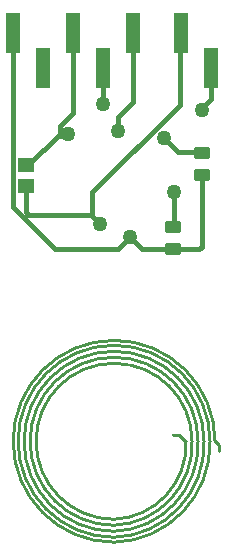
<source format=gbr>
G04*
G04 #@! TF.GenerationSoftware,Altium Limited,Altium Designer,22.4.2 (48)*
G04*
G04 Layer_Physical_Order=1*
G04 Layer_Color=255*
%FSLAX25Y25*%
%MOIN*%
G70*
G04*
G04 #@! TF.SameCoordinates,F9A4DCB5-2B7C-4553-87A1-470B5E90004D*
G04*
G04*
G04 #@! TF.FilePolarity,Positive*
G04*
G01*
G75*
%ADD11C,0.01000*%
%ADD13C,0.01000*%
%ADD14R,0.05787X0.04567*%
G04:AMPARAMS|DCode=15|XSize=39.37mil|YSize=55.91mil|CornerRadius=4.92mil|HoleSize=0mil|Usage=FLASHONLY|Rotation=270.000|XOffset=0mil|YOffset=0mil|HoleType=Round|Shape=RoundedRectangle|*
%AMROUNDEDRECTD15*
21,1,0.03937,0.04606,0,0,270.0*
21,1,0.02953,0.05591,0,0,270.0*
1,1,0.00984,-0.02303,-0.01476*
1,1,0.00984,-0.02303,0.01476*
1,1,0.00984,0.02303,0.01476*
1,1,0.00984,0.02303,-0.01476*
%
%ADD15ROUNDEDRECTD15*%
%ADD16R,0.05000X0.13504*%
%ADD17R,0.01000X0.01000*%
%ADD24C,0.01500*%
%ADD25C,0.01100*%
%ADD26C,0.05000*%
D11*
X209720Y346001D02*
G03*
X177720Y378000I-32000J-0D01*
G01*
X209720Y346000D02*
G03*
X209720Y346001I-32000J0D01*
G01*
X207720Y346000D02*
G03*
X177720Y376000I-30000J-0D01*
G01*
X211365Y346000D02*
G03*
X177720Y379644I-33644J0D01*
G01*
X205720Y346000D02*
G03*
X177720Y374000I-28000J-0D01*
G01*
X203720Y346000D02*
G03*
X177720Y372000I-26000J-0D01*
G01*
Y312356D02*
G03*
X209720Y346000I-822J32822D01*
G01*
X177720Y318000D02*
G03*
X203720Y346000I-1000J27000D01*
G01*
X177720Y320000D02*
G03*
X201720Y346000I-1000J25000D01*
G01*
X177721Y314000D02*
G03*
X207720Y346000I-1000J31000D01*
G01*
X177720Y316000D02*
G03*
X205720Y346000I-1000J29000D01*
G01*
X151720D02*
G03*
X177720Y320000I26000J0D01*
G01*
X149720Y346000D02*
G03*
X177720Y318000I28000J0D01*
G01*
X147720Y346000D02*
G03*
X177720Y316000I30000J0D01*
G01*
X145720Y346000D02*
G03*
X177720Y314000I32000J0D01*
G01*
X144076Y346000D02*
G03*
X177720Y312356I33644J0D01*
G01*
X177720Y378000D02*
G03*
X145720Y346000I0J-32000D01*
G01*
X177720Y374000D02*
G03*
X149720Y346000I0J-28000D01*
G01*
X177720Y372000D02*
G03*
X151720Y346000I0J-26000D01*
G01*
X177720Y379644D02*
G03*
X144076Y346000I0J-33644D01*
G01*
X177720Y376000D02*
G03*
X147720Y346000I0J-30000D01*
G01*
X211365D02*
X212581Y344784D01*
Y342919D02*
Y344784D01*
Y342919D02*
X212600Y342900D01*
X201512Y346000D02*
X201720D01*
X199531Y347981D02*
X201512Y346000D01*
X197500Y348000D02*
X197519Y347981D01*
X199531D01*
D13*
X207720Y346000D02*
D03*
D14*
X148500Y437965D02*
D03*
Y431035D02*
D03*
D15*
X207000Y434819D02*
D03*
Y442181D02*
D03*
X197500Y410138D02*
D03*
Y417500D02*
D03*
D16*
X144000Y482000D02*
D03*
X154000Y470504D02*
D03*
X164000Y482000D02*
D03*
X174000Y470504D02*
D03*
X184000Y482000D02*
D03*
X210000Y470504D02*
D03*
X200000Y482000D02*
D03*
D17*
X201720Y346000D02*
D03*
X211365D02*
D03*
D24*
X144000Y424000D02*
X158000Y410000D01*
X179000D01*
X183000Y414000D01*
X144000Y424000D02*
Y482000D01*
X149197Y421500D02*
X170000D01*
X148318Y422379D02*
X149197Y421500D01*
X148318Y422379D02*
Y430854D01*
X148500Y431035D01*
X159750Y451250D02*
X164000Y455500D01*
X148500Y437965D02*
X149110D01*
X149520Y438374D01*
X161830Y447830D02*
X162500Y448500D01*
X158976Y447830D02*
X159750D01*
X161830D01*
X159750Y448500D02*
Y451250D01*
X164000Y455500D02*
Y482000D01*
X149520Y438374D02*
X158976Y447830D01*
X199000Y442500D02*
X208256D01*
X194500Y447000D02*
X199000Y442500D01*
X206121Y410000D02*
X207000Y410879D01*
Y435031D01*
X197500Y410000D02*
X206121D01*
X187000D02*
X197500D01*
X183000Y414000D02*
X187000Y410000D01*
X197500Y417500D02*
X197774Y417774D01*
Y429012D01*
X170500Y421000D02*
X173000Y418500D01*
X170500Y421000D02*
Y429000D01*
X174000Y458500D02*
Y470504D01*
X179000Y449500D02*
Y454000D01*
X184000Y459000D01*
Y482000D01*
X170500Y429000D02*
X199750Y458250D01*
Y481750D01*
X200000Y482000D01*
X207000Y456500D02*
Y457218D01*
X210000Y460218D01*
Y470504D01*
X197769Y429017D02*
X197774Y429012D01*
D25*
X212600Y342900D02*
D03*
X197500Y348000D02*
D03*
D26*
X162500Y448500D02*
D03*
X173000Y418500D02*
D03*
X194500Y447000D02*
D03*
X179000Y449500D02*
D03*
X174000Y458500D02*
D03*
X207000Y456500D02*
D03*
X197769Y429017D02*
D03*
X183000Y414000D02*
D03*
M02*

</source>
